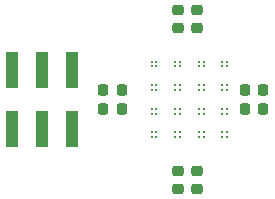
<source format=gbr>
%TF.GenerationSoftware,KiCad,Pcbnew,8.0.4*%
%TF.CreationDate,2024-08-13T13:30:06+02:00*%
%TF.ProjectId,TMP104_Development board,544d5031-3034-45f4-9465-76656c6f706d,rev?*%
%TF.SameCoordinates,Original*%
%TF.FileFunction,Paste,Top*%
%TF.FilePolarity,Positive*%
%FSLAX46Y46*%
G04 Gerber Fmt 4.6, Leading zero omitted, Abs format (unit mm)*
G04 Created by KiCad (PCBNEW 8.0.4) date 2024-08-13 13:30:06*
%MOMM*%
%LPD*%
G01*
G04 APERTURE LIST*
G04 Aperture macros list*
%AMRoundRect*
0 Rectangle with rounded corners*
0 $1 Rounding radius*
0 $2 $3 $4 $5 $6 $7 $8 $9 X,Y pos of 4 corners*
0 Add a 4 corners polygon primitive as box body*
4,1,4,$2,$3,$4,$5,$6,$7,$8,$9,$2,$3,0*
0 Add four circle primitives for the rounded corners*
1,1,$1+$1,$2,$3*
1,1,$1+$1,$4,$5*
1,1,$1+$1,$6,$7*
1,1,$1+$1,$8,$9*
0 Add four rect primitives between the rounded corners*
20,1,$1+$1,$2,$3,$4,$5,0*
20,1,$1+$1,$4,$5,$6,$7,0*
20,1,$1+$1,$6,$7,$8,$9,0*
20,1,$1+$1,$8,$9,$2,$3,0*%
G04 Aperture macros list end*
%ADD10C,0.250000*%
%ADD11RoundRect,0.225000X0.225000X0.250000X-0.225000X0.250000X-0.225000X-0.250000X0.225000X-0.250000X0*%
%ADD12RoundRect,0.225000X0.250000X-0.225000X0.250000X0.225000X-0.250000X0.225000X-0.250000X-0.225000X0*%
%ADD13RoundRect,0.225000X-0.225000X-0.250000X0.225000X-0.250000X0.225000X0.250000X-0.225000X0.250000X0*%
%ADD14RoundRect,0.225000X-0.250000X0.225000X-0.250000X-0.225000X0.250000X-0.225000X0.250000X0.225000X0*%
%ADD15R,1.000000X3.150000*%
G04 APERTURE END LIST*
D10*
%TO.C,U12*%
X134200000Y-104500000D03*
X134600000Y-104500000D03*
X134200000Y-104900000D03*
X134600000Y-104900000D03*
%TD*%
D11*
%TO.C,C5*%
X129670000Y-104521000D03*
X128120000Y-104521000D03*
%TD*%
D12*
%TO.C,C1*%
X134465000Y-97646000D03*
X134465000Y-96096000D03*
%TD*%
D10*
%TO.C,U11*%
X136200000Y-104500000D03*
X136600000Y-104500000D03*
X136200000Y-104900000D03*
X136600000Y-104900000D03*
%TD*%
%TO.C,U13*%
X132200000Y-104500000D03*
X132600000Y-104500000D03*
X132200000Y-104900000D03*
X132600000Y-104900000D03*
%TD*%
D13*
%TO.C,C8*%
X140125000Y-104521000D03*
X141675000Y-104521000D03*
%TD*%
D10*
%TO.C,U4*%
X136200000Y-100500000D03*
X136600000Y-100500000D03*
X136200000Y-100900000D03*
X136600000Y-100900000D03*
%TD*%
%TO.C,U7*%
X136600000Y-102900000D03*
X136200000Y-102900000D03*
X136600000Y-102500000D03*
X136200000Y-102500000D03*
%TD*%
%TO.C,U3*%
X134200000Y-100500000D03*
X134600000Y-100500000D03*
X134200000Y-100900000D03*
X134600000Y-100900000D03*
%TD*%
%TO.C,U16*%
X136600000Y-106900000D03*
X136200000Y-106900000D03*
X136600000Y-106500000D03*
X136200000Y-106500000D03*
%TD*%
%TO.C,U2*%
X132200000Y-100500000D03*
X132600000Y-100500000D03*
X132200000Y-100900000D03*
X132600000Y-100900000D03*
%TD*%
D14*
%TO.C,C3*%
X136065000Y-109736000D03*
X136065000Y-111286000D03*
%TD*%
D10*
%TO.C,U17*%
X138600000Y-106900000D03*
X138200000Y-106900000D03*
X138600000Y-106500000D03*
X138200000Y-106500000D03*
%TD*%
D13*
%TO.C,C7*%
X140125000Y-102921000D03*
X141675000Y-102921000D03*
%TD*%
D12*
%TO.C,C2*%
X136065000Y-97646000D03*
X136065000Y-96096000D03*
%TD*%
D10*
%TO.C,U6*%
X138600000Y-102900000D03*
X138200000Y-102900000D03*
X138600000Y-102500000D03*
X138200000Y-102500000D03*
%TD*%
D15*
%TO.C,J1*%
X120425000Y-106226000D03*
X120425000Y-101176000D03*
X122965000Y-106226000D03*
X122965000Y-101176000D03*
X125505000Y-106226000D03*
X125505000Y-101176000D03*
%TD*%
D10*
%TO.C,U8*%
X134600000Y-102900000D03*
X134200000Y-102900000D03*
X134600000Y-102500000D03*
X134200000Y-102500000D03*
%TD*%
%TO.C,U10*%
X138200000Y-104500000D03*
X138600000Y-104500000D03*
X138200000Y-104900000D03*
X138600000Y-104900000D03*
%TD*%
D11*
%TO.C,C6*%
X129670000Y-102921000D03*
X128120000Y-102921000D03*
%TD*%
D10*
%TO.C,U14*%
X132600000Y-106900000D03*
X132200000Y-106900000D03*
X132600000Y-106500000D03*
X132200000Y-106500000D03*
%TD*%
%TO.C,U9*%
X132600000Y-102900000D03*
X132200000Y-102900000D03*
X132600000Y-102500000D03*
X132200000Y-102500000D03*
%TD*%
%TO.C,U5*%
X138200000Y-100500000D03*
X138600000Y-100500000D03*
X138200000Y-100900000D03*
X138600000Y-100900000D03*
%TD*%
%TO.C,U15*%
X134600000Y-106900000D03*
X134200000Y-106900000D03*
X134600000Y-106500000D03*
X134200000Y-106500000D03*
%TD*%
D14*
%TO.C,C4*%
X134465000Y-109736000D03*
X134465000Y-111286000D03*
%TD*%
M02*

</source>
